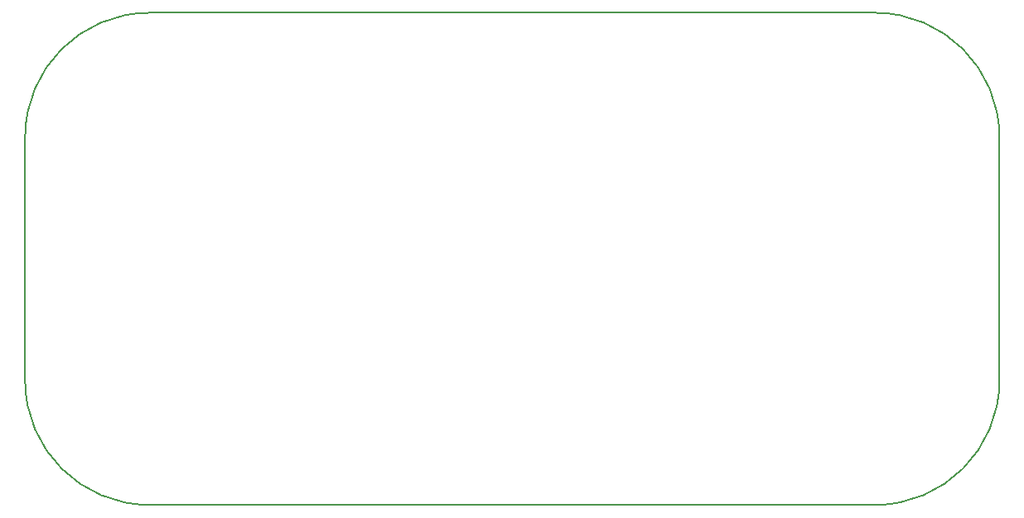
<source format=gbr>
G04 #@! TF.FileFunction,Profile,NP*
%FSLAX46Y46*%
G04 Gerber Fmt 4.6, Leading zero omitted, Abs format (unit mm)*
G04 Created by KiCad (PCBNEW 4.0.6) date 11/30/17 16:48:59*
%MOMM*%
%LPD*%
G01*
G04 APERTURE LIST*
%ADD10C,0.300000*%
%ADD11C,0.150000*%
G04 APERTURE END LIST*
D10*
D11*
X195326000Y-98806000D02*
X195326000Y-99123500D01*
X95758000Y-98806000D02*
X95758000Y-99123500D01*
X108458000Y-61468000D02*
X182626000Y-61468000D01*
X195326000Y-74168000D02*
X195326000Y-98806000D01*
X195326000Y-74168000D02*
G75*
G03X182626000Y-61468000I-12700000J0D01*
G01*
X108458000Y-111826000D02*
X182626000Y-111826000D01*
X182626000Y-111826000D02*
G75*
G03X195326000Y-99126000I0J12700000D01*
G01*
X95758000Y-74168000D02*
X95758000Y-98806000D01*
X95758000Y-99126000D02*
G75*
G03X108458000Y-111826000I12700000J0D01*
G01*
X108458000Y-61468000D02*
G75*
G03X95758000Y-74168000I0J-12700000D01*
G01*
M02*

</source>
